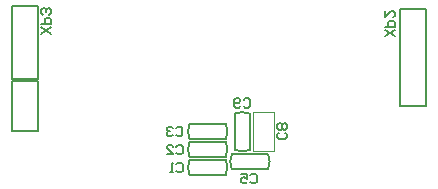
<source format=gbo>
G04*
G04 #@! TF.GenerationSoftware,Altium Limited,Altium Designer,18.1.6 (161)*
G04*
G04 Layer_Color=32896*
%FSLAX24Y24*%
%MOIN*%
G70*
G01*
G75*
%ADD11C,0.0070*%
%ADD12C,0.0079*%
%ADD13C,0.0039*%
D11*
X33058Y33847D02*
G03*
X33058Y33337I609J-255D01*
G01*
X34265D02*
G03*
X34266Y33847I-608J256D01*
G01*
X33058Y34448D02*
G03*
X33058Y33938I609J-255D01*
G01*
X34265D02*
G03*
X34266Y34448I-608J256D01*
G01*
Y34538D02*
G03*
X34265Y35049I-609J255D01*
G01*
X33058D02*
G03*
X33058Y34538I608J-256D01*
G01*
X34465Y34034D02*
G03*
X34466Y33524I609J-255D01*
G01*
X35673D02*
G03*
X35673Y34034I-608J256D01*
G01*
X34558Y34176D02*
G03*
X35069Y34176I255J609D01*
G01*
Y35383D02*
G03*
X34558Y35383I-256J-608D01*
G01*
X33062Y33848D02*
X34262D01*
X33061Y33337D02*
X34262D01*
X33062Y34448D02*
X34262D01*
X33061Y33937D02*
X34262D01*
X33062Y34538D02*
X34262D01*
X33062Y35049D02*
X34263D01*
X34469Y34035D02*
X35669D01*
X34469Y33524D02*
X35669D01*
X34558Y34179D02*
Y35379D01*
X35069Y34179D02*
Y35379D01*
D12*
X40078Y38861D02*
X40944D01*
Y35629D02*
Y38861D01*
X40078Y35629D02*
Y38861D01*
Y35629D02*
X40944D01*
X27126Y36457D02*
X27992D01*
Y34803D02*
Y36457D01*
X27126Y34803D02*
Y36457D01*
Y34803D02*
X27992D01*
X27126Y38976D02*
X27992D01*
Y36535D02*
Y38976D01*
X27126Y36535D02*
Y38976D01*
Y36535D02*
X27992D01*
X32615Y33697D02*
X32667Y33750D01*
X32772D01*
X32825Y33697D01*
Y33488D01*
X32772Y33435D01*
X32667D01*
X32615Y33488D01*
X32510Y33435D02*
X32405D01*
X32457D01*
Y33750D01*
X32510Y33697D01*
X32615Y34288D02*
X32667Y34340D01*
X32772D01*
X32825Y34288D01*
Y34078D01*
X32772Y34026D01*
X32667D01*
X32615Y34078D01*
X32300Y34026D02*
X32510D01*
X32300Y34235D01*
Y34288D01*
X32353Y34340D01*
X32457D01*
X32510Y34288D01*
X32605Y34898D02*
X32658Y34951D01*
X32762D01*
X32815Y34898D01*
Y34688D01*
X32762Y34636D01*
X32658D01*
X32605Y34688D01*
X32500Y34898D02*
X32448Y34951D01*
X32343D01*
X32290Y34898D01*
Y34846D01*
X32343Y34793D01*
X32395D01*
X32343D01*
X32290Y34741D01*
Y34688D01*
X32343Y34636D01*
X32448D01*
X32500Y34688D01*
X35085Y33323D02*
X35138Y33376D01*
X35243D01*
X35295Y33323D01*
Y33114D01*
X35243Y33061D01*
X35138D01*
X35085Y33114D01*
X34771Y33376D02*
X34980D01*
Y33218D01*
X34875Y33271D01*
X34823D01*
X34771Y33218D01*
Y33114D01*
X34823Y33061D01*
X34928D01*
X34980Y33114D01*
X36247Y34748D02*
X36299Y34696D01*
Y34591D01*
X36247Y34538D01*
X36037D01*
X35984Y34591D01*
Y34696D01*
X36037Y34748D01*
X36247Y34853D02*
X36299Y34906D01*
Y35011D01*
X36247Y35063D01*
X36194D01*
X36142Y35011D01*
X36089Y35063D01*
X36037D01*
X35984Y35011D01*
Y34906D01*
X36037Y34853D01*
X36089D01*
X36142Y34906D01*
X36194Y34853D01*
X36247D01*
X36142Y34906D02*
Y35011D01*
X34859Y35843D02*
X34911Y35896D01*
X35016D01*
X35069Y35843D01*
Y35633D01*
X35016Y35581D01*
X34911D01*
X34859Y35633D01*
X34754D02*
X34701Y35581D01*
X34596D01*
X34544Y35633D01*
Y35843D01*
X34596Y35896D01*
X34701D01*
X34754Y35843D01*
Y35791D01*
X34701Y35738D01*
X34544D01*
X39892Y37963D02*
X39577Y38173D01*
X39892D02*
X39577Y37963D01*
Y38277D02*
X39892D01*
Y38435D01*
X39839Y38487D01*
X39734D01*
X39682Y38435D01*
Y38277D01*
X39577Y38802D02*
Y38592D01*
X39787Y38802D01*
X39839D01*
X39892Y38750D01*
Y38645D01*
X39839Y38592D01*
X28435Y38051D02*
X28120Y38261D01*
X28435D02*
X28120Y38051D01*
Y38366D02*
X28435D01*
Y38523D01*
X28382Y38576D01*
X28278D01*
X28225Y38523D01*
Y38366D01*
X28382Y38681D02*
X28435Y38733D01*
Y38838D01*
X28382Y38891D01*
X28330D01*
X28278Y38838D01*
Y38786D01*
Y38838D01*
X28225Y38891D01*
X28173D01*
X28120Y38838D01*
Y38733D01*
X28173Y38681D01*
D13*
X35157Y34144D02*
Y35443D01*
X35866Y34144D02*
Y35443D01*
X35157D02*
X35866D01*
X35157Y34144D02*
X35866D01*
M02*

</source>
